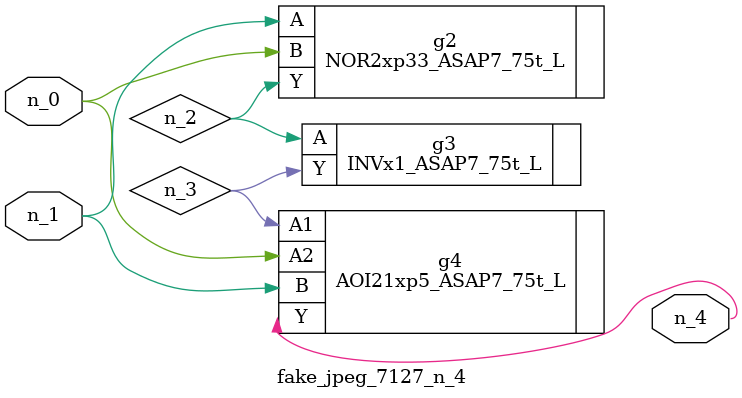
<source format=v>
module fake_jpeg_7127_n_4 (n_0, n_1, n_4);

input n_0;
input n_1;

output n_4;

wire n_2;
wire n_3;

NOR2xp33_ASAP7_75t_L g2 ( 
.A(n_1),
.B(n_0),
.Y(n_2)
);

INVx1_ASAP7_75t_L g3 ( 
.A(n_2),
.Y(n_3)
);

AOI21xp5_ASAP7_75t_L g4 ( 
.A1(n_3),
.A2(n_0),
.B(n_1),
.Y(n_4)
);


endmodule
</source>
